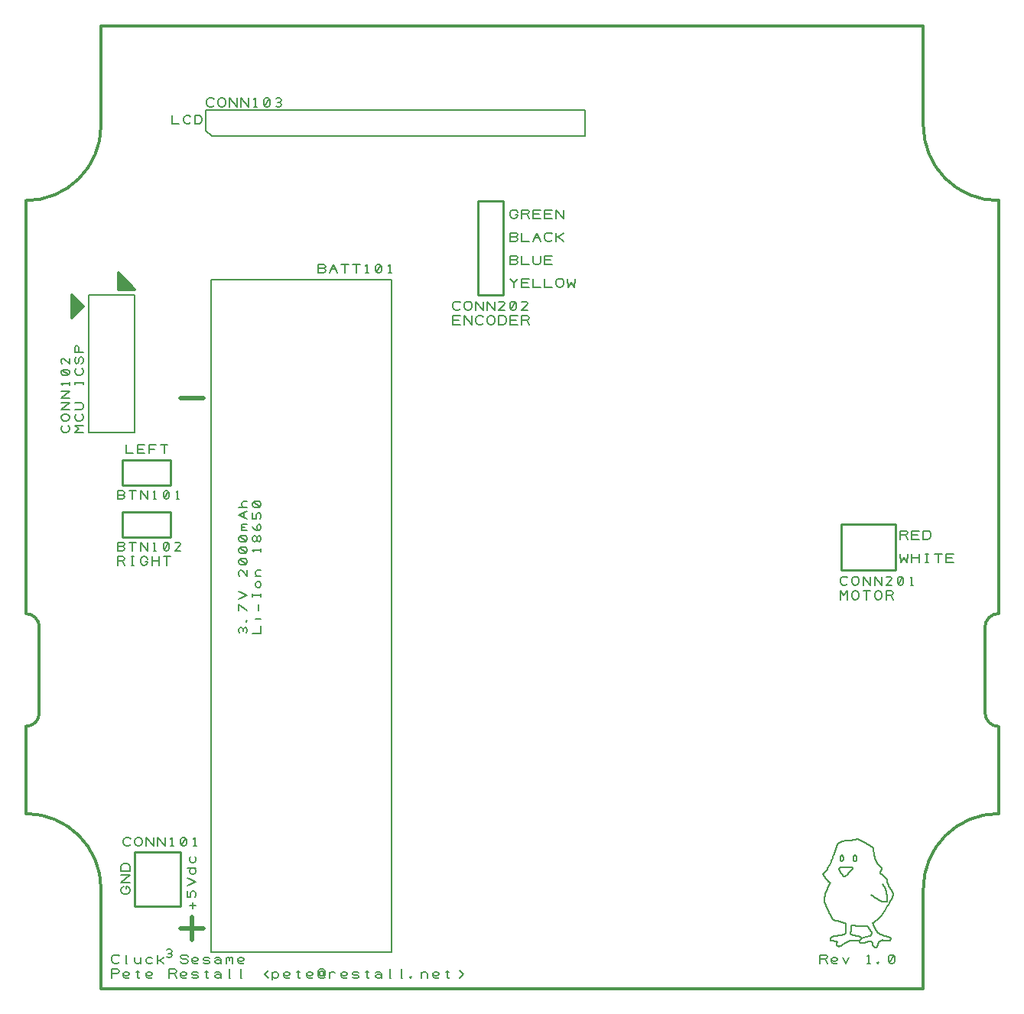
<source format=gbr>
G04 EasyPC Gerber Version 21.0.3 Build 4286 *
G04 #@! TF.Part,Single*
G04 #@! TF.FileFunction,Legend,Top *
G04 #@! TF.FilePolarity,Positive *
%FSLAX35Y35*%
%MOIN*%
%ADD13C,0.00500*%
%ADD11C,0.00600*%
%ADD14C,0.01000*%
%ADD10C,0.01200*%
%ADD12C,0.02000*%
X0Y0D02*
D02*
D10*
X20600Y305698D02*
X25600Y300698D01*
X20600Y295698*
Y305698*
G36*
X25600Y300698*
X20600Y295698*
Y305698*
G37*
X48100Y308198D02*
X41029D01*
Y315269*
X48100Y308198*
G36*
X41029*
Y315269*
X48100Y308198*
G37*
X418710Y123434D02*
Y160835D01*
G75*
G02X424616Y166741I5906*
G01*
Y346899*
G75*
G02X391820Y379694J32795*
G01*
Y423198*
X33395*
X33395Y379694*
G75*
G02X600Y346898I-32795*
G01*
Y166741*
G75*
G02X6506Y160836J-5906*
G01*
Y123434*
G75*
G02X600Y117529I-5906*
G01*
Y79497*
G75*
G02X33395Y46702J-32795*
G01*
Y3198*
X391820*
Y46702*
G75*
G02X424616Y79497I32795*
G01*
Y117529*
G75*
G02X418710Y123434J5905*
G01*
D02*
D11*
X38100Y7885D02*
Y11635D01*
X40287*
X40913Y11323*
X41225Y10698*
X40913Y10073*
X40287Y9761*
X38100*
X45600Y8198D02*
X45287Y7885D01*
X44663*
X44037*
X43413Y8198*
X43100Y8823*
Y9761*
X43413Y10073*
X44037Y10385*
X44663*
X45287Y10073*
X45600Y9761*
Y9448*
X45287Y9135*
X44663Y8823*
X44037*
X43413Y9135*
X43100Y9448*
X48725Y10385D02*
X49975D01*
X49350Y11011D02*
Y8198D01*
X49663Y7885*
X49975*
X50287Y8198*
X55600D02*
X55287Y7885D01*
X54663*
X54037*
X53413Y8198*
X53100Y8823*
Y9761*
X53413Y10073*
X54037Y10385*
X54663*
X55287Y10073*
X55600Y9761*
Y9448*
X55287Y9135*
X54663Y8823*
X54037*
X53413Y9135*
X53100Y9448*
X63100Y7885D02*
Y11635D01*
X65287*
X65913Y11323*
X66225Y10698*
X65913Y10073*
X65287Y9761*
X63100*
X65287D02*
X66225Y7885D01*
X70600Y8198D02*
X70287Y7885D01*
X69663*
X69037*
X68413Y8198*
X68100Y8823*
Y9761*
X68413Y10073*
X69037Y10385*
X69663*
X70287Y10073*
X70600Y9761*
Y9448*
X70287Y9135*
X69663Y8823*
X69037*
X68413Y9135*
X68100Y9448*
X73100Y8198D02*
X73725Y7885D01*
X74975*
X75600Y8198*
Y8823*
X74975Y9135*
X73725*
X73100Y9448*
Y10073*
X73725Y10385*
X74975*
X75600Y10073*
X78725Y10385D02*
X79975D01*
X79350Y11011D02*
Y8198D01*
X79663Y7885*
X79975*
X80287Y8198*
X83100Y10073D02*
X83725Y10385D01*
X84663*
X85287Y10073*
X85600Y9448*
Y8511*
X85287Y8198*
X84663Y7885*
X84037*
X83413Y8198*
X83100Y8511*
Y8823*
X83413Y9135*
X84037Y9448*
X84663*
X85287Y9135*
X85600Y8823*
Y8511D02*
Y7885D01*
X89663D02*
X89350D01*
Y11635*
X94663Y7885D02*
X94350D01*
Y11635*
X106225Y7885D02*
X104663Y9448D01*
X106225Y11011*
X108100Y10385D02*
Y6948D01*
Y8823D02*
X108413Y8198D01*
X109037Y7885*
X109663*
X110287Y8198*
X110600Y8823*
Y9448*
X110287Y10073*
X109663Y10385*
X109037*
X108413Y10073*
X108100Y9448*
Y8823*
X115600Y8198D02*
X115287Y7885D01*
X114663*
X114037*
X113413Y8198*
X113100Y8823*
Y9761*
X113413Y10073*
X114037Y10385*
X114663*
X115287Y10073*
X115600Y9761*
Y9448*
X115287Y9135*
X114663Y8823*
X114037*
X113413Y9135*
X113100Y9448*
X118725Y10385D02*
X119975D01*
X119350Y11011D02*
Y8198D01*
X119663Y7885*
X119975*
X120287Y8198*
X125600D02*
X125287Y7885D01*
X124663*
X124037*
X123413Y8198*
X123100Y8823*
Y9761*
X123413Y10073*
X124037Y10385*
X124663*
X125287Y10073*
X125600Y9761*
Y9448*
X125287Y9135*
X124663Y8823*
X124037*
X123413Y9135*
X123100Y9448*
X130913Y8198D02*
X130287Y7885D01*
X129037*
X128413Y8198*
X128100Y8823*
Y10698*
X128413Y11323*
X129037Y11635*
X129975*
X130600Y11323*
X130913Y10698*
Y9135*
X130600Y8823*
X130287Y9135*
Y10385*
X129975Y10698*
X129037*
X128725Y10385*
Y9135*
X129037Y8823*
X129975*
X130287Y9135*
X133100Y7885D02*
Y10385D01*
Y9448D02*
X133413Y10073D01*
X134037Y10385*
X134663*
X135287Y10073*
X140600Y8198D02*
X140287Y7885D01*
X139663*
X139037*
X138413Y8198*
X138100Y8823*
Y9761*
X138413Y10073*
X139037Y10385*
X139663*
X140287Y10073*
X140600Y9761*
Y9448*
X140287Y9135*
X139663Y8823*
X139037*
X138413Y9135*
X138100Y9448*
X143100Y8198D02*
X143725Y7885D01*
X144975*
X145600Y8198*
Y8823*
X144975Y9135*
X143725*
X143100Y9448*
Y10073*
X143725Y10385*
X144975*
X145600Y10073*
X148725Y10385D02*
X149975D01*
X149350Y11011D02*
Y8198D01*
X149663Y7885*
X149975*
X150287Y8198*
X153100Y10073D02*
X153725Y10385D01*
X154663*
X155287Y10073*
X155600Y9448*
Y8511*
X155287Y8198*
X154663Y7885*
X154037*
X153413Y8198*
X153100Y8511*
Y8823*
X153413Y9135*
X154037Y9448*
X154663*
X155287Y9135*
X155600Y8823*
Y8511D02*
Y7885D01*
X159663D02*
X159350D01*
Y11635*
X164663Y7885D02*
X164350D01*
Y11635*
X168413Y7885D02*
X168725Y8198D01*
X168413Y8511*
X168100Y8198*
X168413Y7885*
X173100D02*
Y10385D01*
Y9448D02*
X173413Y10073D01*
X174037Y10385*
X174663*
X175287Y10073*
X175600Y9448*
Y7885*
X180600Y8198D02*
X180287Y7885D01*
X179663*
X179037*
X178413Y8198*
X178100Y8823*
Y9761*
X178413Y10073*
X179037Y10385*
X179663*
X180287Y10073*
X180600Y9761*
Y9448*
X180287Y9135*
X179663Y8823*
X179037*
X178413Y9135*
X178100Y9448*
X183725Y10385D02*
X184975D01*
X184350Y11011D02*
Y8198D01*
X184663Y7885*
X184975*
X185287Y8198*
X189663Y7885D02*
X191225Y9448D01*
X189663Y11011*
X41225Y14761D02*
X40913Y14448D01*
X40287Y14135*
X39350*
X38725Y14448*
X38413Y14761*
X38100Y15385*
Y16635*
X38413Y17261*
X38725Y17573*
X39350Y17885*
X40287*
X40913Y17573*
X41225Y17261*
X44663Y14135D02*
X44350D01*
Y17885*
X48100Y16635D02*
Y15073D01*
X48413Y14448*
X49037Y14135*
X49663*
X50287Y14448*
X50600Y15073*
Y16635D02*
Y14135D01*
X55600Y16323D02*
X54975Y16635D01*
X54037*
X53413Y16323*
X53100Y15698*
Y15073*
X53413Y14448*
X54037Y14135*
X54975*
X55600Y14448*
X58100Y14135D02*
Y17885D01*
Y15385D02*
X59037D01*
X60600Y16635*
X59037Y15385D02*
X60600Y14135D01*
X68100Y15073D02*
X68413Y14448D01*
X69037Y14135*
X70287*
X70913Y14448*
X71225Y15073*
X70913Y15698*
X70287Y16011*
X69037*
X68413Y16323*
X68100Y16948*
X68413Y17573*
X69037Y17885*
X70287*
X70913Y17573*
X71225Y16948*
X75600Y14448D02*
X75287Y14135D01*
X74663*
X74037*
X73413Y14448*
X73100Y15073*
Y16011*
X73413Y16323*
X74037Y16635*
X74663*
X75287Y16323*
X75600Y16011*
Y15698*
X75287Y15385*
X74663Y15073*
X74037*
X73413Y15385*
X73100Y15698*
X78100Y14448D02*
X78725Y14135D01*
X79975*
X80600Y14448*
Y15073*
X79975Y15385*
X78725*
X78100Y15698*
Y16323*
X78725Y16635*
X79975*
X80600Y16323*
X83100D02*
X83725Y16635D01*
X84663*
X85287Y16323*
X85600Y15698*
Y14761*
X85287Y14448*
X84663Y14135*
X84037*
X83413Y14448*
X83100Y14761*
Y15073*
X83413Y15385*
X84037Y15698*
X84663*
X85287Y15385*
X85600Y15073*
Y14761D02*
Y14135D01*
X88100D02*
Y16635D01*
Y16323D02*
X88413Y16635D01*
X89037*
X89350Y16323*
Y15385*
Y16323D02*
X89663Y16635D01*
X90287*
X90600Y16323*
Y14135*
X95600Y14448D02*
X95287Y14135D01*
X94663*
X94037*
X93413Y14448*
X93100Y15073*
Y16011*
X93413Y16323*
X94037Y16635*
X94663*
X95287Y16323*
X95600Y16011*
Y15698*
X95287Y15385*
X94663Y15073*
X94037*
X93413Y15385*
X93100Y15698*
X40600Y187885D02*
Y191635D01*
X42787*
X43413Y191323*
X43725Y190698*
X43413Y190073*
X42787Y189761*
X40600*
X42787D02*
X43725Y187885D01*
X46537D02*
X47787D01*
X47163D02*
Y191635D01*
X46537D02*
X47787D01*
X52787Y189448D02*
X53725D01*
Y189135*
X53413Y188511*
X53100Y188198*
X52475Y187885*
X51850*
X51225Y188198*
X50913Y188511*
X50600Y189135*
Y190385*
X50913Y191011*
X51225Y191323*
X51850Y191635*
X52475*
X53100Y191323*
X53413Y191011*
X53725Y190385*
X55600Y187885D02*
Y191635D01*
Y189761D02*
X58725D01*
Y187885D02*
Y191635D01*
X62163Y187885D02*
Y191635D01*
X60600D02*
X63725D01*
X44350Y240385D02*
Y236635D01*
X47475*
X49350D02*
Y240385D01*
X52475*
X51850Y238511D02*
X49350D01*
Y236635D02*
X52475D01*
X54350D02*
Y240385D01*
X57475*
X56850Y238511D02*
X54350D01*
X60913Y236635D02*
Y240385D01*
X59350D02*
X62475D01*
X44350Y46635D02*
Y47573D01*
X44663*
X45287Y47261*
X45600Y46948*
X45913Y46323*
Y45698*
X45600Y45073*
X45287Y44761*
X44663Y44448*
X43413*
X42787Y44761*
X42475Y45073*
X42163Y45698*
Y46323*
X42475Y46948*
X42787Y47261*
X43413Y47573*
X45913Y49448D02*
X42163D01*
X45913Y52573*
X42163*
X45913Y54448D02*
X42163D01*
Y56323*
X42475Y56948*
X42787Y57261*
X43413Y57573*
X44663*
X45287Y57261*
X45600Y56948*
X45913Y56323*
Y54448*
X62163Y16948D02*
X62787Y16635D01*
X63413*
X64037Y16948*
X64350Y17573*
X64037Y18198*
X63413Y18511*
X62787*
X63413D02*
X64037Y18823D01*
X64350Y19448*
X64037Y20073*
X63413Y20385*
X62787*
X62163Y20073*
X64350Y384135D02*
Y380385D01*
X67475*
X72475Y381011D02*
X72163Y380698D01*
X71537Y380385*
X70600*
X69975Y380698*
X69663Y381011*
X69350Y381635*
Y382885*
X69663Y383511*
X69975Y383823*
X70600Y384135*
X71537*
X72163Y383823*
X72475Y383511*
X74350Y380385D02*
Y384135D01*
X76225*
X76850Y383823*
X77163Y383511*
X77475Y382885*
Y381635*
X77163Y381011*
X76850Y380698*
X76225Y380385*
X74350*
X73413Y38198D02*
Y40698D01*
X74663Y39448D02*
X72163D01*
X74350Y43198D02*
X74663Y43823D01*
Y44761*
X74350Y45385*
X73725Y45698*
X73413*
X72787Y45385*
X72475Y44761*
Y43198*
X70913*
Y45698*
Y48198D02*
X74663Y49761D01*
X70913Y51323*
X73100Y55698D02*
X72475Y55385D01*
X72163Y54761*
Y54135*
X72475Y53511*
X73100Y53198*
X73725*
X74350Y53511*
X74663Y54135*
Y54761*
X74350Y55385*
X73725Y55698*
X74663D02*
X70913D01*
X72475Y60698D02*
X72163Y60073D01*
Y59135*
X72475Y58511*
X73100Y58198*
X73725*
X74350Y58511*
X74663Y59135*
Y60073*
X74350Y60698*
X96850Y158511D02*
X97163Y159135D01*
Y159761*
X96850Y160385*
X96225Y160698*
X95600Y160385*
X95287Y159761*
Y159135*
Y159761D02*
X94975Y160385D01*
X94350Y160698*
X93725Y160385*
X93413Y159761*
Y159135*
X93725Y158511*
X97163Y163511D02*
X96850Y163823D01*
X96537Y163511*
X96850Y163198*
X97163Y163511*
Y168198D02*
X93413Y170698D01*
Y168198*
Y173198D02*
X97163Y174761D01*
X93413Y176323*
X97163Y185698D02*
Y183198D01*
X94975Y185385*
X94350Y185698*
X93725Y185385*
X93413Y184761*
Y183823*
X93725Y183198*
X96850Y188511D02*
X97163Y189135D01*
Y189761*
X96850Y190385*
X96225Y190698*
X94350*
X93725Y190385*
X93413Y189761*
Y189135*
X93725Y188511*
X94350Y188198*
X96225*
X96850Y188511*
X93725Y190385*
X96850Y193511D02*
X97163Y194135D01*
Y194761*
X96850Y195385*
X96225Y195698*
X94350*
X93725Y195385*
X93413Y194761*
Y194135*
X93725Y193511*
X94350Y193198*
X96225*
X96850Y193511*
X93725Y195385*
X96850Y198511D02*
X97163Y199135D01*
Y199761*
X96850Y200385*
X96225Y200698*
X94350*
X93725Y200385*
X93413Y199761*
Y199135*
X93725Y198511*
X94350Y198198*
X96225*
X96850Y198511*
X93725Y200385*
X97163Y203198D02*
X94663D01*
X94975D02*
X94663Y203511D01*
Y204135*
X94975Y204448*
X95913*
X94975D02*
X94663Y204761D01*
Y205385*
X94975Y205698*
X97163*
Y208198D02*
X93413Y209761D01*
X97163Y211323*
X95600Y208823D02*
Y210698D01*
X97163Y213198D02*
X93413D01*
X95600D02*
X94975Y213511D01*
X94663Y214135*
Y214761*
X94975Y215385*
X95600Y215698*
X97163*
X99413Y158198D02*
X103163D01*
Y161323*
Y164448D02*
X100663D01*
X99725D02*
X101913Y168198*
Y170698D01*
X103163Y174135D02*
Y175385D01*
Y174761D02*
X99413D01*
Y174135D02*
Y175385D01*
X102225Y178198D02*
X102850Y178511D01*
X103163Y179135*
Y179761*
X102850Y180385*
X102225Y180698*
X101600*
X100975Y180385*
X100663Y179761*
Y179135*
X100975Y178511*
X101600Y178198*
X102225*
X103163Y183198D02*
X100663D01*
X101600D02*
X100975Y183511D01*
X100663Y184135*
Y184761*
X100975Y185385*
X101600Y185698*
X103163*
Y193823D02*
Y195073D01*
Y194448D02*
X99413D01*
X100037Y193823*
X101287Y199135D02*
Y199761D01*
X100975Y200385*
X100350Y200698*
X99725Y200385*
X99413Y199761*
Y199135*
X99725Y198511*
X100350Y198198*
X100975Y198511*
X101287Y199135*
X101600Y198511*
X102225Y198198*
X102850Y198511*
X103163Y199135*
Y199761*
X102850Y200385*
X102225Y200698*
X101600Y200385*
X101287Y199761*
X102225Y203198D02*
X101600Y203511D01*
X101287Y204135*
Y204761*
X101600Y205385*
X102225Y205698*
X102850Y205385*
X103163Y204761*
Y204135*
X102850Y203511*
X102225Y203198*
X101287*
X100350Y203511*
X99725Y204135*
X99413Y204761*
X102850Y208198D02*
X103163Y208823D01*
Y209761*
X102850Y210385*
X102225Y210698*
X101913*
X101287Y210385*
X100975Y209761*
Y208198*
X99413*
Y210698*
X102850Y213511D02*
X103163Y214135D01*
Y214761*
X102850Y215385*
X102225Y215698*
X100350*
X99725Y215385*
X99413Y214761*
Y214135*
X99725Y213511*
X100350Y213198*
X102225*
X102850Y213511*
X99725Y215385*
X186850Y292885D02*
Y296635D01*
X189975*
X189350Y294761D02*
X186850D01*
Y292885D02*
X189975D01*
X191850D02*
Y296635D01*
X194975Y292885*
Y296635*
X199975Y293511D02*
X199663Y293198D01*
X199037Y292885*
X198100*
X197475Y293198*
X197163Y293511*
X196850Y294135*
Y295385*
X197163Y296011*
X197475Y296323*
X198100Y296635*
X199037*
X199663Y296323*
X199975Y296011*
X201850Y294135D02*
Y295385D01*
X202163Y296011*
X202475Y296323*
X203100Y296635*
X203725*
X204350Y296323*
X204663Y296011*
X204975Y295385*
Y294135*
X204663Y293511*
X204350Y293198*
X203725Y292885*
X203100*
X202475Y293198*
X202163Y293511*
X201850Y294135*
X206850Y292885D02*
Y296635D01*
X208725*
X209350Y296323*
X209663Y296011*
X209975Y295385*
Y294135*
X209663Y293511*
X209350Y293198*
X208725Y292885*
X206850*
X211850D02*
Y296635D01*
X214975*
X214350Y294761D02*
X211850D01*
Y292885D02*
X214975D01*
X216850D02*
Y296635D01*
X219037*
X219663Y296323*
X219975Y295698*
X219663Y295073*
X219037Y294761*
X216850*
X219037D02*
X219975Y292885D01*
X213413Y309135D02*
Y311011D01*
X211850Y312885*
X213413Y311011D02*
X214975Y312885D01*
X216850Y309135D02*
Y312885D01*
X219975*
X219350Y311011D02*
X216850D01*
Y309135D02*
X219975D01*
X221850Y312885D02*
Y309135D01*
X224975*
X226850Y312885D02*
Y309135D01*
X229975*
X231850Y310385D02*
Y311635D01*
X232163Y312261*
X232475Y312573*
X233100Y312885*
X233725*
X234350Y312573*
X234663Y312261*
X234975Y311635*
Y310385*
X234663Y309761*
X234350Y309448*
X233725Y309135*
X233100*
X232475Y309448*
X232163Y309761*
X231850Y310385*
X236850Y312885D02*
X237163Y309135D01*
X238413Y311011*
X239663Y309135*
X239975Y312885*
X214037Y321011D02*
X214663Y320698D01*
X214975Y320073*
X214663Y319448*
X214037Y319135*
X211850*
Y322885*
X214037*
X214663Y322573*
X214975Y321948*
X214663Y321323*
X214037Y321011*
X211850*
X216850Y322885D02*
Y319135D01*
X219975*
X221850Y322885D02*
Y320073D01*
X222163Y319448*
X222787Y319135*
X224037*
X224663Y319448*
X224975Y320073*
Y322885*
X226850Y319135D02*
Y322885D01*
X229975*
X229350Y321011D02*
X226850D01*
Y319135D02*
X229975D01*
X214037Y331011D02*
X214663Y330698D01*
X214975Y330073*
X214663Y329448*
X214037Y329135*
X211850*
Y332885*
X214037*
X214663Y332573*
X214975Y331948*
X214663Y331323*
X214037Y331011*
X211850*
X216850Y332885D02*
Y329135D01*
X219975*
X221850D02*
X223413Y332885D01*
X224975Y329135*
X222475Y330698D02*
X224350D01*
X229975Y329761D02*
X229663Y329448D01*
X229037Y329135*
X228100*
X227475Y329448*
X227163Y329761*
X226850Y330385*
Y331635*
X227163Y332261*
X227475Y332573*
X228100Y332885*
X229037*
X229663Y332573*
X229975Y332261*
X231850Y329135D02*
Y332885D01*
Y331011D02*
X232787D01*
X234975Y332885*
X232787Y331011D02*
X234975Y329135D01*
X214037Y340698D02*
X214975D01*
Y340385*
X214663Y339761*
X214350Y339448*
X213725Y339135*
X213100*
X212475Y339448*
X212163Y339761*
X211850Y340385*
Y341635*
X212163Y342261*
X212475Y342573*
X213100Y342885*
X213725*
X214350Y342573*
X214663Y342261*
X214975Y341635*
X216850Y339135D02*
Y342885D01*
X219037*
X219663Y342573*
X219975Y341948*
X219663Y341323*
X219037Y341011*
X216850*
X219037D02*
X219975Y339135D01*
X221850D02*
Y342885D01*
X224975*
X224350Y341011D02*
X221850D01*
Y339135D02*
X224975D01*
X226850D02*
Y342885D01*
X229975*
X229350Y341011D02*
X226850D01*
Y339135D02*
X229975D01*
X231850D02*
Y342885D01*
X234975Y339135*
Y342885*
X346850Y14135D02*
Y17885D01*
X349037*
X349663Y17573*
X349975Y16948*
X349663Y16323*
X349037Y16011*
X346850*
X349037D02*
X349975Y14135D01*
X354350Y14448D02*
X354037Y14135D01*
X353413*
X352787*
X352163Y14448*
X351850Y15073*
Y16011*
X352163Y16323*
X352787Y16635*
X353413*
X354037Y16323*
X354350Y16011*
Y15698*
X354037Y15385*
X353413Y15073*
X352787*
X352163Y15385*
X351850Y15698*
X356850Y16635D02*
X358100Y14135D01*
X359350Y16635*
X367475Y14135D02*
X368725D01*
X368100D02*
Y17885D01*
X367475Y17261*
X372163Y14135D02*
X372475Y14448D01*
X372163Y14761*
X371850Y14448*
X372163Y14135*
X377163Y14448D02*
X377787Y14135D01*
X378413*
X379037Y14448*
X379350Y15073*
Y16948*
X379037Y17573*
X378413Y17885*
X377787*
X377163Y17573*
X376850Y16948*
Y15073*
X377163Y14448*
X379037Y17573*
X348100Y53198D02*
X348106Y53188D01*
X348124Y53158*
X348153Y53110*
X348193Y53044*
X348243Y52963*
X348302Y52867*
X348371Y52758*
X348448Y52636*
X348533Y52503*
X348625Y52360*
X348724Y52209*
X348829Y52050*
X348940Y51885*
X349056Y51715*
X349176Y51541*
X349300Y51364*
X349428Y51186*
X349558Y51008*
X349691Y50831*
X349825Y50657*
X349960Y50486*
X350096Y50319*
X350232Y50159*
X350368Y50006*
X350502Y49861*
X350635Y49725*
X350765Y49600*
X350893Y49488*
X351017Y49389*
X351137Y49304*
X351253Y49234*
X351147Y49070*
X351039Y48893*
X350928Y48702*
X350816Y48499*
X350703Y48285*
X350588Y48062*
X350474Y47829*
X350359Y47587*
X350244Y47338*
X350130Y47082*
X350017Y46821*
X349905Y46555*
X349795Y46284*
X349687Y46011*
X349581Y45736*
X349479Y45459*
X349380Y45182*
X349285Y44905*
X349193Y44630*
X349106Y44357*
X349024Y44087*
X348947Y43821*
X348876Y43560*
X348810Y43305*
X348751Y43057*
X348698Y42816*
X348653Y42584*
X348615Y42361*
X348585Y42148*
X348563Y41947*
X348550Y41757*
X348583Y41598*
X348630Y41415*
X348689Y41212*
X348759Y40989*
X348841Y40749*
X348932Y40493*
X349033Y40222*
X349143Y39939*
X349260Y39645*
X349385Y39342*
X349516Y39031*
X349652Y38713*
X349793Y38392*
X349938Y38068*
X350086Y37743*
X350236Y37418*
X350388Y37095*
X350541Y36777*
X350693Y36464*
X350845Y36158*
X350996Y35861*
X351144Y35574*
X351289Y35300*
X351430Y35039*
X351567Y34794*
X351698Y34567*
X351822Y34357*
X351940Y34168*
X352050Y34001*
X352152Y33858*
X352244Y33740*
X352331Y33639*
X352417Y33545*
X352502Y33458*
X352587Y33378*
X352671Y33304*
X352754Y33236*
X352835Y33174*
X352915Y33117*
X352994Y33066*
X353072Y33020*
X353148Y32980*
X353223Y32943*
X353296Y32912*
X353368Y32884*
X353437Y32861*
X353505Y32841*
X353570Y32825*
X353634Y32812*
X353695Y32803*
X353754Y32796*
X353811Y32791*
X353865Y32789*
X353916Y32790*
X353965Y32792*
X354011Y32796*
X354054Y32801*
X354095Y32807*
X354132Y32814*
X354167Y32822*
X354198Y32831*
X354226Y32839*
X354302Y32803*
X354392Y32764*
X354493Y32723*
X354606Y32680*
X354728Y32635*
X354859Y32589*
X354998Y32541*
X355144Y32492*
X355295Y32443*
X355451Y32393*
X355610Y32342*
X355772Y32292*
X355935Y32241*
X356099Y32192*
X356261Y32143*
X356423Y32095*
X356581Y32048*
X356736Y32003*
X356886Y31960*
X357030Y31918*
X357166Y31879*
X357295Y31843*
X357415Y31809*
X357524Y31778*
X357623Y31750*
X357709Y31726*
X357782Y31706*
X357840Y31690*
X357883Y31678*
X357910Y31671*
X357919Y31669*
X357921Y31657*
X357927Y31626*
X357937Y31575*
X357950Y31506*
X357965Y31419*
X357983Y31316*
X358002Y31198*
X358023Y31067*
X358044Y30923*
X358065Y30768*
X358087Y30603*
X358107Y30429*
X358126Y30247*
X358144Y30058*
X358160Y29864*
X358173Y29666*
X358183Y29465*
X358189Y29261*
X358192Y29057*
X358190Y28854*
X358183Y28652*
X358171Y28453*
X358152Y28258*
X358128Y28068*
X358096Y27885*
X358058Y27709*
X358011Y27542*
X357957Y27385*
X357894Y27238*
X357821Y27104*
X357739Y26984*
X357626Y26924*
X357498Y26867*
X357356Y26813*
X357202Y26761*
X357035Y26711*
X356857Y26664*
X356669Y26619*
X356473Y26575*
X356269Y26533*
X356059Y26493*
X355843Y26455*
X355622Y26418*
X355399Y26382*
X355174Y26347*
X354947Y26314*
X354720Y26281*
X354495Y26249*
X354272Y26218*
X354052Y26187*
X353836Y26157*
X353626Y26127*
X353422Y26096*
X353226Y26067*
X353039Y26037*
X352861Y26006*
X352695Y25976*
X352540Y25945*
X352399Y25913*
X352271Y25881*
X352159Y25847*
X352064Y25813*
X351979Y25777*
X351899Y25738*
X351824Y25696*
X351755Y25653*
X351689Y25607*
X351629Y25559*
X351573Y25510*
X351522Y25459*
X351475Y25407*
X351433Y25354*
X351395Y25300*
X351361Y25244*
X351331Y25189*
X351306Y25132*
X351285Y25076*
X351267Y25019*
X351254Y24962*
X351244Y24906*
X351238Y24850*
X351236Y24795*
X351237Y24741*
X351242Y24687*
X351250Y24635*
X351262Y24584*
X351277Y24535*
X351295Y24487*
X351317Y24442*
X351341Y24398*
X351369Y24357*
X351400Y24318*
X351433Y24281*
X351475Y24247*
X351531Y24214*
X351599Y24182*
X351679Y24151*
X351769Y24121*
X351869Y24093*
X351977Y24065*
X352093Y24039*
X352216Y24013*
X352344Y23989*
X352476Y23966*
X352612Y23944*
X352750Y23923*
X352890Y23904*
X353030Y23885*
X353169Y23868*
X353307Y23851*
X353442Y23836*
X353574Y23822*
X353700Y23809*
X353822Y23797*
X353936Y23787*
X354043Y23777*
X354141Y23769*
X354229Y23761*
X354306Y23755*
X354372Y23750*
X354424Y23746*
X354463Y23743*
X354488Y23742*
X354496Y23741*
X354494Y23739*
X354487Y23731*
X354477Y23719*
X354463Y23703*
X354447Y23682*
X354427Y23658*
X354406Y23630*
X354381Y23598*
X354356Y23563*
X354328Y23524*
X354300Y23483*
X354271Y23439*
X354242Y23393*
X354213Y23344*
X354183Y23294*
X354155Y23242*
X354128Y23188*
X354102Y23133*
X354078Y23076*
X354056Y23019*
X354036Y22961*
X354019Y22902*
X354005Y22844*
X353994Y22785*
X353987Y22726*
X353985Y22668*
X353987Y22610*
X353993Y22553*
X354005Y22498*
X354022Y22443*
X354045Y22390*
X354072Y22338*
X354099Y22287*
X354126Y22238*
X354155Y22190*
X354183Y22143*
X354213Y22098*
X354243Y22054*
X354274Y22012*
X354306Y21971*
X354338Y21932*
X354371Y21894*
X354405Y21859*
X354440Y21825*
X354475Y21793*
X354511Y21763*
X354548Y21734*
X354586Y21708*
X354625Y21683*
X354665Y21661*
X354705Y21641*
X354747Y21624*
X354789Y21608*
X354833Y21595*
X354877Y21584*
X354922Y21576*
X354969Y21570*
X355016Y21566*
X355065Y21565*
X355114Y21567*
X355165Y21572*
X355217Y21579*
X355270Y21590*
X355328Y21606*
X355388Y21627*
X355451Y21652*
X355517Y21681*
X355586Y21714*
X355657Y21751*
X355731Y21791*
X355806Y21834*
X355884Y21880*
X355964Y21929*
X356045Y21980*
X356128Y22034*
X356213Y22089*
X356299Y22146*
X356386Y22206*
X356474Y22266*
X356564Y22327*
X356654Y22389*
X356744Y22451*
X356835Y22514*
X357018Y22640*
X357109Y22703*
X357201Y22765*
X357292Y22826*
X357383Y22886*
X357473Y22944*
X357563Y23002*
X357651Y23057*
X357739Y23111*
X357828Y23163*
X357922Y23217*
X358020Y23272*
X358121Y23326*
X358227Y23381*
X358336Y23437*
X358448Y23492*
X358563Y23546*
X358681Y23600*
X358802Y23654*
X358926Y23706*
X359052Y23756*
X359179Y23806*
X359309Y23854*
X359441Y23899*
X359573Y23943*
X359707Y23984*
X359843Y24022*
X359979Y24058*
X360116Y24091*
X360254Y24121*
X360391Y24147*
X360530Y24170*
X360667Y24188*
X360805Y24203*
X360942Y24213*
X361078Y24219*
X361213Y24219*
X361348Y24215*
X361481Y24206*
X361612Y24191*
X361744Y24175*
X361879Y24159*
X362015Y24145*
X362153Y24133*
X362292Y24122*
X362431Y24114*
X362570Y24108*
X362710Y24105*
X362848Y24104*
X362985Y24107*
X363120Y24112*
X363253Y24121*
X363384Y24133*
X363511Y24149*
X363635Y24169*
X363755Y24193*
X363870Y24221*
X363981Y24254*
X364086Y24291*
X364185Y24334*
X364278Y24381*
X364365Y24434*
X364444Y24493*
X364515Y24557*
X364579Y24627*
X364634Y24703*
X364680Y24785*
X364717Y24874*
X364743Y24970*
X364760Y25072*
X364765Y25182*
X364725Y25275*
X364674Y25362*
X364613Y25443*
X364542Y25519*
X364462Y25590*
X364374Y25656*
X364279Y25717*
X364176Y25773*
X364067Y25826*
X363951Y25874*
X363830Y25919*
X363704Y25961*
X363574Y25999*
X363440Y26035*
X363303Y26068*
X363164Y26098*
X363022Y26126*
X362880Y26153*
X362736Y26178*
X362592Y26202*
X362449Y26224*
X362306Y26246*
X362165Y26267*
X362026Y26287*
X361890Y26308*
X361757Y26328*
X361628Y26350*
X361504Y26372*
X361384Y26394*
X361270Y26418*
X361162Y26443*
X361102Y26470*
X361043Y26499*
X360987Y26529*
X360931Y26560*
X360878Y26592*
X360827Y26625*
X360777Y26659*
X360729Y26693*
X360683Y26727*
X360639Y26762*
X360597Y26797*
X360556Y26832*
X360518Y26866*
X360481Y26900*
X360446Y26934*
X360414Y26967*
X360383Y26998*
X360354Y27029*
X360328Y27058*
X360303Y27086*
X360281Y27113*
X360260Y27137*
X360241Y27160*
X360225Y27181*
X360211Y27199*
X360199Y27215*
X360189Y27229*
X360181Y27240*
X360176Y27248*
X360172Y27252*
X360171Y27254*
Y27263*
X360172Y27290*
X360174Y27333*
X360176Y27391*
X360178Y27463*
X360182Y27549*
X360186Y27646*
X360191Y27755*
X360196Y27874*
X360202Y28001*
X360209Y28135*
X360217Y28277*
X360225Y28424*
X360235Y28575*
X360244Y28730*
X360256Y28887*
X360267Y29045*
X360280Y29203*
X360293Y29360*
X360308Y29515*
X360323Y29667*
X360339Y29814*
X360357Y29956*
X360375Y30091*
X360394Y30219*
X360414Y30339*
X360435Y30448*
X360458Y30547*
X360481Y30634*
X360506Y30708*
X360531Y30767*
X360672Y30742*
X360833Y30716*
X361011Y30692*
X361206Y30668*
X361415Y30645*
X361638Y30623*
X361874Y30602*
X362120Y30582*
X362375Y30564*
X362637Y30546*
X362907Y30530*
X363181Y30515*
X363458Y30502*
X363738Y30489*
X364017Y30479*
X364296Y30470*
X364573Y30463*
X364846Y30458*
X365113Y30455*
X365373Y30454*
X365626Y30454*
X365869Y30457*
X366100Y30462*
X366319Y30469*
X366524Y30478*
X366713Y30490*
X366886Y30504*
X367040Y30521*
X367174Y30541*
X367287Y30562*
X367378Y30587*
X367466Y30488*
X367555Y30381*
X367645Y30270*
X367737Y30152*
X367829Y30030*
X367920Y29904*
X368013Y29775*
X368104Y29643*
X368195Y29509*
X368285Y29374*
X368374Y29239*
X368462Y29104*
X368547Y28969*
X368631Y28835*
X368712Y28704*
X368790Y28575*
X368866Y28450*
X368938Y28329*
X369007Y28213*
X369072Y28102*
X369132Y27997*
X369189Y27900*
X369241Y27809*
X369287Y27727*
X369328Y27653*
X369364Y27589*
X369394Y27535*
X369418Y27492*
X369435Y27460*
X369446Y27441*
X369450Y27434*
X369448Y27431*
X369444Y27420*
X369437Y27404*
X369428Y27380*
X369417Y27352*
X369403Y27319*
X369387Y27280*
X369369Y27237*
X369349Y27191*
X369327Y27141*
X369304Y27089*
X369278Y27033*
X369252Y26976*
X369224Y26917*
X369194Y26857*
X369164Y26796*
X369132Y26734*
X369100Y26673*
X369067Y26612*
X369032Y26553*
X368998Y26494*
X368962Y26438*
X368926Y26383*
X368891Y26332*
X368854Y26283*
X368818Y26239*
X368781Y26198*
X368745Y26161*
X368709Y26130*
X368674Y26104*
X368639Y26083*
X368558Y26072*
X368457Y26059*
X368336Y26041*
X368198Y26020*
X368044Y25994*
X367876Y25965*
X367696Y25932*
X367505Y25894*
X367305Y25852*
X367098Y25806*
X366885Y25755*
X366668Y25699*
X366449Y25638*
X366230Y25572*
X366011Y25501*
X365795Y25425*
X365584Y25343*
X365379Y25256*
X365182Y25163*
X364994Y25065*
X364818Y24960*
X364654Y24849*
X364506Y24732*
X364373Y24609*
X364259Y24480*
X364164Y24344*
X364091Y24201*
X364040Y24052*
X364015Y23895*
X364015Y23731*
X364044Y23561*
X364122Y23477*
X364199Y23400*
X364275Y23331*
X364350Y23268*
X364423Y23211*
X364496Y23160*
X364567Y23115*
X364638Y23076*
X364707Y23041*
X364776Y23012*
X364844Y22988*
X364910Y22968*
X364976Y22952*
X365041Y22941*
X365105Y22933*
X365168Y22928*
X365231Y22927*
X365292Y22929*
X365353Y22934*
X365413Y22941*
X365472Y22950*
X365531Y22961*
X365588Y22974*
X365645Y22989*
X365702Y23005*
X365757Y23021*
X365813Y23039*
X365867Y23057*
X365920Y23075*
X365974Y23093*
X366026Y23110*
X366083Y23129*
X366148Y23152*
X366221Y23176*
X366302Y23204*
X366389Y23233*
X366483Y23264*
X366583Y23296*
X366688Y23330*
X366798Y23364*
X366912Y23399*
X367030Y23434*
X367150Y23469*
X367274Y23502*
X367400Y23535*
X367528Y23568*
X367656Y23598*
X367785Y23627*
X367914Y23653*
X368043Y23677*
X368171Y23698*
X368297Y23717*
X368421Y23731*
X368543Y23742*
X368661Y23748*
X368776Y23750*
X368887Y23748*
X368993Y23740*
X369093Y23726*
X369189Y23707*
X369277Y23682*
X369359Y23651*
X369401Y23573*
X369440Y23496*
X369476Y23420*
X369509Y23346*
X369539Y23273*
X369567Y23201*
X369592Y23130*
X369616Y23061*
X369637Y22993*
X369657Y22925*
X369675Y22860*
X369692Y22795*
X369707Y22732*
X369722Y22671*
X369735Y22611*
X369749Y22552*
X369761Y22494*
X369774Y22438*
X369786Y22384*
X369798Y22331*
X369811Y22279*
X369824Y22229*
X369837Y22180*
X369852Y22133*
X369867Y22088*
X369883Y22044*
X369901Y22002*
X369921Y21961*
X369942Y21922*
X369965Y21885*
X369990Y21849*
X370017Y21814*
X370044Y21778*
X370074Y21743*
X370104Y21707*
X370135Y21671*
X370168Y21635*
X370202Y21600*
X370237Y21565*
X370273Y21530*
X370311Y21496*
X370350Y21464*
X370390Y21432*
X370431Y21402*
X370474Y21372*
X370519Y21344*
X370565Y21319*
X370612Y21294*
X370661Y21271*
X370711Y21251*
X370762Y21233*
X370815Y21217*
X370870Y21204*
X370926Y21193*
X370983Y21185*
X371043Y21180*
X371103Y21178*
X371166Y21179*
X371230Y21183*
X371295Y21191*
X371362Y21203*
X371431Y21219*
X371491Y21290*
X371547Y21363*
X371600Y21439*
X371650Y21517*
X371697Y21598*
X371742Y21679*
X371784Y21762*
X371824Y21846*
X371861Y21931*
X371897Y22017*
X371931Y22104*
X371962Y22190*
X371993Y22276*
X372021Y22363*
X372048Y22448*
X372075Y22533*
X372100Y22617*
X372124Y22700*
X372148Y22781*
X372170Y22861*
X372193Y22939*
X372215Y23015*
X372237Y23088*
X372258Y23159*
X372280Y23227*
X372302Y23291*
X372325Y23353*
X372348Y23411*
X372372Y23465*
X372396Y23515*
X372422Y23561*
X372499Y23612*
X372572Y23661*
X372643Y23707*
X372711Y23752*
X372776Y23795*
X372838Y23835*
X372898Y23874*
X372956Y23910*
X373011Y23945*
X373065Y23977*
X373117Y24008*
X373168Y24037*
X373217Y24064*
X373265Y24089*
X373311Y24113*
X373357Y24134*
X373402Y24154*
X373446Y24173*
X373491Y24190*
X373534Y24205*
X373578Y24219*
X373621Y24231*
X373665Y24242*
X373709Y24252*
X373754Y24260*
X373800Y24267*
X373846Y24272*
X373894Y24276*
X373942Y24279*
X373992Y24281*
X374044Y24281*
X374099Y24280*
X374159Y24275*
X374224Y24267*
X374294Y24257*
X374369Y24245*
X374448Y24230*
X374530Y24214*
X374616Y24196*
X374705Y24178*
X374796Y24158*
X374891Y24137*
X374987Y24117*
X375086Y24096*
X375186Y24075*
X375287Y24055*
X375390Y24035*
X375493Y24017*
X375596Y23999*
X375700Y23983*
X375804Y23969*
X375906Y23957*
X376008Y23948*
X376109Y23941*
X376208Y23936*
X376306Y23935*
X376401Y23938*
X376494Y23944*
X376585Y23954*
X376672Y23969*
X376756Y23987*
X376836Y24011*
X376914Y24039*
X376989Y24072*
X377063Y24109*
X377133Y24149*
X377201Y24193*
X377266Y24239*
X377326Y24289*
X377383Y24341*
X377437Y24396*
X377485Y24452*
X377529Y24511*
X377567Y24570*
X377601Y24631*
X377628Y24694*
X377650Y24756*
X377665Y24820*
X377674Y24883*
X377676Y24946*
X377670Y25009*
X377657Y25071*
X377636Y25132*
X377607Y25192*
X377569Y25251*
X377523Y25307*
X377467Y25362*
X377402Y25415*
X377328Y25465*
X377243Y25511*
X377148Y25555*
X377043Y25596*
X376926Y25633*
X376802Y25667*
X376671Y25702*
X376536Y25736*
X376396Y25770*
X376252Y25806*
X376103Y25841*
X375950Y25878*
X375793Y25917*
X375633Y25957*
X375470Y25998*
X375304Y26043*
X375135Y26089*
X374964Y26138*
X374791Y26190*
X374616Y26245*
X374439Y26304*
X374262Y26367*
X374083Y26433*
X373904Y26505*
X373723Y26580*
X373543Y26661*
X373363Y26746*
X373183Y26838*
X373004Y26935*
X372826Y27037*
X372649Y27146*
X372474Y27262*
X372300Y27384*
X372128Y27513*
X371959Y27650*
X371792Y27794*
X371706Y27956*
X371624Y28107*
X371544Y28252*
X371468Y28388*
X371394Y28518*
X371323Y28642*
X371254Y28760*
X371187Y28874*
X371122Y28984*
X371058Y29091*
X370996Y29195*
X370936Y29298*
X370877Y29399*
X370819Y29500*
X370761Y29602*
X370705Y29704*
X370649Y29808*
X370593Y29915*
X370537Y30025*
X370481Y30139*
X370425Y30257*
X370369Y30380*
X370311Y30510*
X370253Y30646*
X370194Y30790*
X370134Y30942*
X370073Y31103*
X370010Y31273*
X369945Y31454*
X369878Y31645*
X369810Y31848*
X369912Y31927*
X370028Y32009*
X370156Y32095*
X370296Y32187*
X370450Y32288*
X370617Y32398*
X370796Y32521*
X370988Y32658*
X371192Y32811*
X371409Y32981*
X371639Y33172*
X371881Y33384*
X372136Y33620*
X372404Y33881*
X372683Y34170*
X372975Y34489*
X373280Y34838*
X373596Y35221*
X373925Y35639*
X374267Y36094*
X374620Y36588*
X374985Y37123*
X375363Y37701*
X375753Y38324*
X376155Y38994*
X376569Y39712*
X376995Y40480*
X377433Y41302*
X377883Y42177*
X378344Y43109*
X378818Y44099*
X378776Y44211*
X378735Y44318*
X378697Y44422*
X378661Y44521*
X378627Y44617*
X378595Y44709*
X378565Y44797*
X378537Y44881*
X378510Y44962*
X378485Y45039*
X378463Y45112*
X378441Y45181*
X378422Y45246*
X378403Y45308*
X378387Y45367*
X378371Y45421*
X378357Y45472*
X378345Y45519*
X378333Y45563*
X378324Y45603*
X378315Y45639*
X378307Y45672*
X378300Y45701*
X378294Y45727*
X378289Y45750*
X378286Y45768*
X378283Y45783*
X378280Y45796*
X378279Y45804*
X378278Y45809*
X378278Y45811*
X378272Y45815*
X378255Y45828*
X378227Y45850*
X378190Y45881*
X378143Y45922*
X378089Y45972*
X378026Y46033*
X377955Y46104*
X377878Y46185*
X377796Y46278*
X377708Y46381*
X377615Y46496*
X377519Y46623*
X377419Y46762*
X377316Y46913*
X377211Y47076*
X377106Y47253*
X376999Y47442*
X376892Y47645*
X376786Y47861*
X376681Y48091*
X376578Y48335*
X376478Y48594*
X376381Y48868*
X376287Y49156*
X376199Y49459*
X376115Y49779*
X376037Y50114*
X375966Y50465*
X375902Y50832*
X375845Y51216*
X375739Y51313*
X375629Y51411*
X375516Y51510*
X375400Y51609*
X375283Y51710*
X375164Y51810*
X375044Y51911*
X374923Y52011*
X374802Y52110*
X374681Y52208*
X374561Y52304*
X374443Y52399*
X374325Y52492*
X374211Y52583*
X374098Y52670*
X373990Y52756*
X373884Y52837*
X373783Y52915*
X373686Y52990*
X373594Y53060*
X373508Y53126*
X373428Y53187*
X373354Y53242*
X373287Y53293*
X373228Y53337*
X373176Y53376*
X373133Y53408*
X373099Y53434*
X373073Y53452*
X373058Y53464*
X373053Y53468*
X373053Y53472*
X373054Y53482*
X373056Y53500*
X373058Y53524*
X373062Y53554*
X373067Y53590*
X373073Y53631*
X373080Y53679*
X373089Y53731*
X373099Y53788*
X373111Y53850*
X373124Y53916*
X373140Y53986*
X373157Y54060*
X373177Y54137*
X373199Y54218*
X373223Y54302*
X373250Y54388*
X373279Y54476*
X373310Y54567*
X373345Y54660*
X373382Y54754*
X373422Y54850*
X373465Y54947*
X373512Y55044*
X373562Y55142*
X373615Y55240*
X373671Y55339*
X373732Y55436*
X373796Y55533*
X373863Y55630*
X373762Y55736*
X373650Y55847*
X373530Y55963*
X373400Y56084*
X373263Y56213*
X373119Y56348*
X372970Y56493*
X372815Y56646*
X372657Y56809*
X372496Y56984*
X372333Y57170*
X372169Y57369*
X372005Y57581*
X371842Y57807*
X371680Y58048*
X371521Y58306*
X371365Y58579*
X371215Y58871*
X371069Y59181*
X370930Y59510*
X370798Y59859*
X370674Y60229*
X370559Y60621*
X370454Y61035*
X370361Y61473*
X370279Y61935*
X370209Y62422*
X370154Y62935*
X370114Y63475*
X370089Y64043*
X370080Y64638*
X369909Y64746*
X369728Y64858*
X369538Y64975*
X369339Y65097*
X369132Y65222*
X368917Y65352*
X368696Y65483*
X368469Y65618*
X368236Y65755*
X367998Y65893*
X367756Y66033*
X367511Y66173*
X367263Y66314*
X367013Y66455*
X366761Y66595*
X366508Y66735*
X366255Y66873*
X366002Y67009*
X365751Y67143*
X365501Y67275*
X365254Y67403*
X365009Y67528*
X364769Y67649*
X364532Y67765*
X364300Y67877*
X364075Y67983*
X363856Y68084*
X363643Y68179*
X363438Y68267*
X363241Y68348*
X363054Y68422*
X362947Y68395*
X362835Y68366*
X362720Y68336*
X362600Y68305*
X362476Y68273*
X362347Y68240*
X362214Y68207*
X362077Y68172*
X361937Y68138*
X361791Y68103*
X361643Y68068*
X361490Y68033*
X361333Y67999*
X361173Y67965*
X361009Y67931*
X360841Y67899*
X360670Y67867*
X360494Y67836*
X360316Y67807*
X360134Y67779*
X359948Y67752*
X359760Y67728*
X359568Y67705*
X359372Y67684*
X359174Y67666*
X358972Y67650*
X358768Y67636*
X358560Y67625*
X358349Y67617*
X358135Y67613*
X357919Y67611*
X357704Y67606*
X357494Y67594*
X357291Y67573*
X357093Y67545*
X356901Y67511*
X356716Y67470*
X356536Y67424*
X356363Y67372*
X356196Y67317*
X356036Y67258*
X355882Y67195*
X355735Y67130*
X355594Y67063*
X355460Y66994*
X355333Y66925*
X355214Y66856*
X355101Y66786*
X354995Y66717*
X354897Y66650*
X354806Y66585*
X354722Y66523*
X354646Y66463*
X354578Y66408*
X354517Y66357*
X354464Y66311*
X354419Y66270*
X354382Y66235*
X354353Y66207*
X354320Y66174*
X354316Y66170*
X354306Y66136*
X354232Y65877*
X354169Y65660*
X354089Y65390*
X353993Y65071*
X353881Y64708*
X353754Y64304*
X353613Y63864*
X353459Y63391*
X353291Y62890*
X353110Y62365*
X352918Y61819*
X352714Y61257*
X352500Y60683*
X352275Y60102*
X352041Y59516*
X351798Y58931*
X351546Y58350*
X351287Y57777*
X351021Y57217*
X350748Y56673*
X350469Y56150*
X350185Y55652*
X349896Y55182*
X349603Y54746*
X349307Y54346*
X349007Y53987*
X348706Y53674*
X348402Y53409*
X348097Y53198*
X348100Y53198*
X354870Y55720D02*
X354875Y55722D01*
X354889Y55729*
X354912Y55740*
X354946Y55755*
X354990Y55773*
X355045Y55794*
X355112Y55818*
X355190Y55843*
X355280Y55869*
X355383Y55897*
X355499Y55925*
X355628Y55954*
X355771Y55981*
X355929Y56008*
X356100Y56034*
X356287Y56058*
X356489Y56080*
X356707Y56099*
X356941Y56115*
X357192Y56127*
X357460Y56135*
X357745Y56139*
X358048Y56139*
X358369Y56132*
X358709Y56120*
X359068Y56102*
X359446Y56077*
X359844Y56044*
X360263Y56004*
X360702Y55956*
X361162Y55900*
X361104Y55815*
X361035Y55719*
X360957Y55613*
X360869Y55496*
X360773Y55371*
X360669Y55238*
X360557Y55098*
X360439Y54952*
X360315Y54800*
X360185Y54644*
X360051Y54485*
X359912Y54323*
X359770Y54160*
X359626Y53995*
X359479Y53831*
X359331Y53667*
X359182Y53506*
X359033Y53347*
X358884Y53192*
X358737Y53041*
X358591Y52896*
X358448Y52757*
X358308Y52625*
X358172Y52502*
X358040Y52387*
X357913Y52282*
X357792Y52187*
X357677Y52105*
X357570Y52035*
X357470Y51978*
X357378Y51936*
X357299Y52009*
X357219Y52087*
X357137Y52170*
X357054Y52258*
X356969Y52351*
X356884Y52448*
X356798Y52550*
X356712Y52656*
X356625Y52765*
X356537Y52879*
X356450Y52996*
X356362Y53116*
X356275Y53239*
X356187Y53365*
X356100Y53493*
X356014Y53624*
X355928Y53757*
X355843Y53891*
X355759Y54028*
X355676Y54166*
X355594Y54305*
X355513Y54446*
X355434Y54587*
X355357Y54728*
X355281Y54871*
X355207Y55013*
X355135Y55156*
X355065Y55297*
X354998Y55439*
X354933Y55580*
X354870Y55720*
X355600Y172885D02*
Y176635D01*
X357163Y174761*
X358725Y176635*
Y172885*
X360600Y174135D02*
Y175385D01*
X360913Y176011*
X361225Y176323*
X361850Y176635*
X362475*
X363100Y176323*
X363413Y176011*
X363725Y175385*
Y174135*
X363413Y173511*
X363100Y173198*
X362475Y172885*
X361850*
X361225Y173198*
X360913Y173511*
X360600Y174135*
X367163Y172885D02*
Y176635D01*
X365600D02*
X368725D01*
X370600Y174135D02*
Y175385D01*
X370913Y176011*
X371225Y176323*
X371850Y176635*
X372475*
X373100Y176323*
X373413Y176011*
X373725Y175385*
Y174135*
X373413Y173511*
X373100Y173198*
X372475Y172885*
X371850*
X371225Y173198*
X370913Y173511*
X370600Y174135*
X375600Y172885D02*
Y176635D01*
X377787*
X378413Y176323*
X378725Y175698*
X378413Y175073*
X377787Y174761*
X375600*
X377787D02*
X378725Y172885D01*
X356928Y60089D02*
X356928Y60019D01*
X356925Y59951*
X356920Y59883*
X356914Y59817*
X356906Y59752*
X356896Y59688*
X356885Y59626*
X356872Y59565*
X356857Y59506*
X356842Y59448*
X356824Y59392*
X356806Y59338*
X356786Y59286*
X356765Y59236*
X356742Y59188*
X356719Y59142*
X356694Y59099*
X356668Y59058*
X356641Y59019*
X356613Y58983*
X356584Y58950*
X356554Y58919*
X356524Y58891*
X356492Y58867*
X356460Y58845*
X356427Y58826*
X356393Y58811*
X356359Y58798*
X356324Y58789*
X356289Y58784*
X356253Y58782*
X356217Y58784*
X356181Y58789*
X356146Y58798*
X356112Y58811*
X356079Y58826*
X356046Y58845*
X356013Y58867*
X355982Y58891*
X355951Y58919*
X355922Y58950*
X355893Y58983*
X355865Y59019*
X355838Y59058*
X355812Y59099*
X355787Y59142*
X355763Y59188*
X355741Y59236*
X355720Y59286*
X355700Y59338*
X355681Y59392*
X355664Y59448*
X355648Y59506*
X355633Y59565*
X355621Y59626*
X355609Y59688*
X355600Y59752*
X355592Y59817*
X355585Y59883*
X355581Y59951*
X355578Y60019*
X355577Y60089*
X355578Y60158*
X355581Y60226*
X355585Y60294*
X355592Y60360*
X355600Y60425*
X355609Y60489*
X355621Y60551*
X355633Y60612*
X355648Y60671*
X355664Y60729*
X355681Y60785*
X355700Y60839*
X355720Y60891*
X355741Y60941*
X355763Y60989*
X355787Y61035*
X355812Y61078*
X355838Y61119*
X355865Y61158*
X355893Y61194*
X355922Y61227*
X355951Y61258*
X355982Y61285*
X356013Y61310*
X356046Y61332*
X356079Y61351*
X356112Y61367*
X356146Y61379*
X356181Y61387*
X356217Y61393*
X356253Y61395*
X356289Y61393*
X356324Y61387*
X356359Y61379*
X356393Y61367*
X356427Y61351*
X356460Y61332*
X356492Y61310*
X356524Y61285*
X356554Y61258*
X356584Y61227*
X356613Y61194*
X356641Y61158*
X356668Y61119*
X356694Y61078*
X356719Y61035*
X356742Y60989*
X356765Y60941*
X356786Y60891*
X356806Y60839*
X356824Y60785*
X356842Y60729*
X356857Y60671*
X356872Y60612*
X356885Y60551*
X356896Y60489*
X356906Y60425*
X356914Y60360*
X356920Y60294*
X356925Y60226*
X356928Y60158*
X356928Y60089*
X362783D02*
X362782Y60019D01*
X362780Y59951*
X362774Y59883*
X362768Y59817*
X362759Y59752*
X362749Y59688*
X362737Y59626*
X362723Y59565*
X362708Y59506*
X362691Y59448*
X362672Y59392*
X362653Y59338*
X362631Y59286*
X362609Y59236*
X362585Y59188*
X362559Y59142*
X362533Y59099*
X362506Y59058*
X362477Y59019*
X362447Y58983*
X362416Y58950*
X362384Y58919*
X362352Y58891*
X362318Y58867*
X362283Y58845*
X362248Y58826*
X362213Y58811*
X362176Y58798*
X362139Y58789*
X362101Y58784*
X362063Y58782*
X362044Y58783*
X362026Y58784*
X362007Y58786*
X361989Y58789*
X361971Y58793*
X361953Y58798*
X361935Y58803*
X361917Y58809*
X361899Y58817*
X361881Y58824*
X361864Y58833*
X361846Y58843*
X361830Y58853*
X361812Y58864*
X361795Y58876*
X361779Y58888*
X361762Y58902*
X361746Y58916*
X361730Y58930*
X361713Y58946*
X361698Y58962*
X361682Y58980*
X361667Y58997*
X361652Y59016*
X361637Y59035*
X361622Y59055*
X361608Y59076*
X361594Y59097*
X361580Y59119*
X361567Y59141*
X361553Y59165*
X361540Y59189*
X361528Y59213*
X361504Y59264*
X361493Y59290*
X361481Y59317*
X361471Y59343*
X361461Y59371*
X361451Y59398*
X361441Y59427*
X361432Y59456*
X361424Y59484*
X361408Y59543*
X361400Y59574*
X361393Y59604*
X361387Y59635*
X361381Y59666*
X361375Y59697*
X361370Y59728*
X361365Y59760*
X361361Y59792*
X361357Y59824*
X361354Y59857*
X361350Y59889*
X361348Y59922*
X361346Y59955*
X361344Y59989*
X361343Y60022*
X361342Y60055*
Y60089*
X361343Y60158*
X361346Y60226*
X361351Y60294*
X361357Y60360*
X361366Y60425*
X361376Y60489*
X361389Y60551*
X361402Y60612*
X361418Y60671*
X361435Y60729*
X361453Y60785*
X361473Y60839*
X361494Y60891*
X361517Y60941*
X361541Y60989*
X361566Y61035*
X361593Y61078*
X361620Y61119*
X361649Y61158*
X361679Y61194*
X361709Y61227*
X361741Y61258*
X361774Y61285*
X361807Y61310*
X361842Y61332*
X361877Y61351*
X361913Y61367*
X361950Y61379*
X361987Y61387*
X362024Y61393*
X362063Y61395*
X362101Y61393*
X362139Y61387*
X362176Y61379*
X362213Y61367*
X362248Y61351*
X362283Y61332*
X362318Y61310*
X362352Y61285*
X362384Y61258*
X362416Y61227*
X362447Y61194*
X362477Y61158*
X362506Y61119*
X362533Y61078*
X362559Y61035*
X362585Y60989*
X362609Y60941*
X362631Y60891*
X362653Y60839*
X362672Y60785*
X362691Y60729*
X362708Y60671*
X362723Y60612*
X362737Y60551*
X362749Y60489*
X362759Y60425*
X362768Y60360*
X362774Y60294*
X362780Y60226*
X362782Y60158*
X362783Y60089*
X369000Y44189D02*
X373954Y48874*
X373960Y48869D01*
X373969Y48863*
X373980Y48854*
X373994Y48841*
X374012Y48826*
X374032Y48807*
X374056Y48785*
X374081Y48758*
X374110Y48728*
X374142Y48693*
X374176Y48654*
X374212Y48611*
X374251Y48562*
X374293Y48508*
X374336Y48449*
X374382Y48385*
X374430Y48315*
X374480Y48239*
X374532Y48157*
X374586Y48070*
X374642Y47975*
X374699Y47874*
X374758Y47766*
X374819Y47651*
X374882Y47529*
X374946Y47399*
X375011Y47261*
X375078Y47116*
X375146Y46963*
X375215Y46802*
X375283Y46633*
X375348Y46460*
X375409Y46282*
X375468Y46100*
X375523Y45916*
X375575Y45728*
X375624Y45539*
X375671Y45348*
X375715Y45156*
X375756Y44964*
X375794Y44772*
X375830Y44581*
X375863Y44392*
X375894Y44206*
X375922Y44021*
X375948Y43840*
X375972Y43663*
X375994Y43491*
X376014Y43324*
X376031Y43162*
X376047Y43007*
X376061Y42859*
X376074Y42719*
X376084Y42586*
X376093Y42462*
X376100Y42348*
X376106Y42243*
X376110Y42150*
X376113Y42067*
X376115Y41996*
X376116Y41937*
X376115Y41885*
X376114Y41834*
X376112Y41783*
X376109Y41733*
X376105Y41685*
X376099Y41637*
X376091Y41590*
X376082Y41544*
X376071Y41500*
X376057Y41457*
X376041Y41416*
X376023Y41376*
X376002Y41338*
X375978Y41302*
X375950Y41267*
X375920Y41234*
X375886Y41204*
X375848Y41175*
X375807Y41148*
X375761Y41124*
X375712Y41103*
X375657Y41083*
X375599Y41067*
X375536Y41053*
X375467Y41041*
X375394Y41033*
X375315Y41028*
X375231Y41025*
X375142Y41026*
X375046Y41029*
X374944Y41036*
X374841Y41044*
X374740Y41051*
X374640Y41058*
X374540Y41066*
X374440Y41074*
X374338Y41085*
X374235Y41098*
X374128Y41115*
X374018Y41137*
X373903Y41163*
X373783Y41195*
X373657Y41233*
X373524Y41279*
X373383Y41333*
X373233Y41395*
X373074Y41467*
X372904Y41550*
X372724Y41643*
X372532Y41747*
X372327Y41865*
X372108Y41995*
X371876Y42139*
X371628Y42298*
X371363Y42473*
X371083Y42664*
X370784Y42871*
X370467Y43096*
X370131Y43340*
X369776Y43603*
X369398Y43886*
X369000Y44189*
X381850Y192885D02*
X382163Y189135D01*
X383413Y191011*
X384663Y189135*
X384975Y192885*
X386850Y189135D02*
Y192885D01*
Y191011D02*
X389975D01*
Y189135D02*
Y192885D01*
X392787Y189135D02*
X394037D01*
X393413D02*
Y192885D01*
X392787D02*
X394037D01*
X398413Y189135D02*
Y192885D01*
X396850D02*
X399975D01*
X401850Y189135D02*
Y192885D01*
X404975*
X404350Y191011D02*
X401850D01*
Y189135D02*
X404975D01*
X381850Y199135D02*
Y202885D01*
X384037*
X384663Y202573*
X384975Y201948*
X384663Y201323*
X384037Y201011*
X381850*
X384037D02*
X384975Y199135D01*
X386850D02*
Y202885D01*
X389975*
X389350Y201011D02*
X386850D01*
Y199135D02*
X389975D01*
X391850D02*
Y202885D01*
X393725*
X394350Y202573*
X394663Y202261*
X394975Y201635*
Y200385*
X394663Y199761*
X394350Y199448*
X393725Y199135*
X391850*
D02*
D12*
X68100Y29448D02*
X78100D01*
X73100Y24448D02*
Y34448D01*
X68100Y260698D02*
X78100D01*
D02*
D13*
X19037Y248823D02*
X19350Y248511D01*
X19663Y247885*
Y246948*
X19350Y246323*
X19037Y246011*
X18413Y245698*
X17163*
X16537Y246011*
X16225Y246323*
X15913Y246948*
Y247885*
X16225Y248511*
X16537Y248823*
X18413Y250698D02*
X17163D01*
X16537Y251011*
X16225Y251323*
X15913Y251948*
Y252573*
X16225Y253198*
X16537Y253511*
X17163Y253823*
X18413*
X19037Y253511*
X19350Y253198*
X19663Y252573*
Y251948*
X19350Y251323*
X19037Y251011*
X18413Y250698*
X19663Y255698D02*
X15913D01*
X19663Y258823*
X15913*
X19663Y260698D02*
X15913D01*
X19663Y263823*
X15913*
X19663Y266323D02*
Y267573D01*
Y266948D02*
X15913D01*
X16537Y266323*
X19350Y271011D02*
X19663Y271635D01*
Y272261*
X19350Y272885*
X18725Y273198*
X16850*
X16225Y272885*
X15913Y272261*
Y271635*
X16225Y271011*
X16850Y270698*
X18725*
X19350Y271011*
X16225Y272885*
X19663Y278198D02*
Y275698D01*
X17475Y277885*
X16850Y278198*
X16225Y277885*
X15913Y277261*
Y276323*
X16225Y275698*
X25663Y245698D02*
X21913D01*
X23787Y247261*
X21913Y248823*
X25663*
X25037Y253823D02*
X25350Y253511D01*
X25663Y252885*
Y251948*
X25350Y251323*
X25037Y251011*
X24413Y250698*
X23163*
X22537Y251011*
X22225Y251323*
X21913Y251948*
Y252885*
X22225Y253511*
X22537Y253823*
X21913Y255698D02*
X24725D01*
X25350Y256011*
X25663Y256635*
Y257885*
X25350Y258511*
X24725Y258823*
X21913*
X25663Y266635D02*
Y267885D01*
Y267261D02*
X21913D01*
Y266635D02*
Y267885D01*
X25037Y273823D02*
X25350Y273511D01*
X25663Y272885*
Y271948*
X25350Y271323*
X25037Y271011*
X24413Y270698*
X23163*
X22537Y271011*
X22225Y271323*
X21913Y271948*
Y272885*
X22225Y273511*
X22537Y273823*
X24725Y275698D02*
X25350Y276011D01*
X25663Y276635*
Y277885*
X25350Y278511*
X24725Y278823*
X24100Y278511*
X23787Y277885*
Y276635*
X23475Y276011*
X22850Y275698*
X22225Y276011*
X21913Y276635*
Y277885*
X22225Y278511*
X22850Y278823*
X25663Y280698D02*
X21913D01*
Y282885*
X22225Y283511*
X22850Y283823*
X23475Y283511*
X23787Y282885*
Y280698*
X28100Y265698D02*
Y305698D01*
X48100*
Y245698*
X28100*
Y265698*
X42787Y196011D02*
X43413Y195698D01*
X43725Y195073*
X43413Y194448*
X42787Y194135*
X40600*
Y197885*
X42787*
X43413Y197573*
X43725Y196948*
X43413Y196323*
X42787Y196011*
X40600*
X47163Y194135D02*
Y197885D01*
X45600D02*
X48725D01*
X50600Y194135D02*
Y197885D01*
X53725Y194135*
Y197885*
X56225Y194135D02*
X57475D01*
X56850D02*
Y197885D01*
X56225Y197261*
X60913Y194448D02*
X61537Y194135D01*
X62163*
X62787Y194448*
X63100Y195073*
Y196948*
X62787Y197573*
X62163Y197885*
X61537*
X60913Y197573*
X60600Y196948*
Y195073*
X60913Y194448*
X62787Y197573*
X68100Y194135D02*
X65600D01*
X67787Y196323*
X68100Y196948*
X67787Y197573*
X67163Y197885*
X66225*
X65600Y197573*
X42787Y218511D02*
X43413Y218198D01*
X43725Y217573*
X43413Y216948*
X42787Y216635*
X40600*
Y220385*
X42787*
X43413Y220073*
X43725Y219448*
X43413Y218823*
X42787Y218511*
X40600*
X47163Y216635D02*
Y220385D01*
X45600D02*
X48725D01*
X50600Y216635D02*
Y220385D01*
X53725Y216635*
Y220385*
X56225Y216635D02*
X57475D01*
X56850D02*
Y220385D01*
X56225Y219761*
X60913Y216948D02*
X61537Y216635D01*
X62163*
X62787Y216948*
X63100Y217573*
Y219448*
X62787Y220073*
X62163Y220385*
X61537*
X60913Y220073*
X60600Y219448*
Y217573*
X60913Y216948*
X62787Y220073*
X66225Y216635D02*
X67475D01*
X66850D02*
Y220385D01*
X66225Y219761*
X46225Y66011D02*
X45913Y65698D01*
X45287Y65385*
X44350*
X43725Y65698*
X43413Y66011*
X43100Y66635*
Y67885*
X43413Y68511*
X43725Y68823*
X44350Y69135*
X45287*
X45913Y68823*
X46225Y68511*
X48100Y66635D02*
Y67885D01*
X48413Y68511*
X48725Y68823*
X49350Y69135*
X49975*
X50600Y68823*
X50913Y68511*
X51225Y67885*
Y66635*
X50913Y66011*
X50600Y65698*
X49975Y65385*
X49350*
X48725Y65698*
X48413Y66011*
X48100Y66635*
X53100Y65385D02*
Y69135D01*
X56225Y65385*
Y69135*
X58100Y65385D02*
Y69135D01*
X61225Y65385*
Y69135*
X63725Y65385D02*
X64975D01*
X64350D02*
Y69135D01*
X63725Y68511*
X68413Y65698D02*
X69037Y65385D01*
X69663*
X70287Y65698*
X70600Y66323*
Y68198*
X70287Y68823*
X69663Y69135*
X69037*
X68413Y68823*
X68100Y68198*
Y66323*
X68413Y65698*
X70287Y68823*
X73725Y65385D02*
X74975D01*
X74350D02*
Y69135D01*
X73725Y68511*
X79052Y386348D02*
X244288D01*
Y375048*
X81552*
X79052Y377548*
Y386348*
X82646Y388511D02*
X82333Y388198D01*
X81708Y387885*
X80770*
X80146Y388198*
X79833Y388511*
X79520Y389135*
Y390385*
X79833Y391011*
X80146Y391323*
X80770Y391635*
X81708*
X82333Y391323*
X82646Y391011*
X84520Y389135D02*
Y390385D01*
X84833Y391011*
X85146Y391323*
X85770Y391635*
X86396*
X87020Y391323*
X87333Y391011*
X87646Y390385*
Y389135*
X87333Y388511*
X87020Y388198*
X86396Y387885*
X85770*
X85146Y388198*
X84833Y388511*
X84520Y389135*
X89520Y387885D02*
Y391635D01*
X92646Y387885*
Y391635*
X94520Y387885D02*
Y391635D01*
X97646Y387885*
Y391635*
X100146Y387885D02*
X101396D01*
X100770D02*
Y391635D01*
X100146Y391011*
X104833Y388198D02*
X105458Y387885D01*
X106083*
X106708Y388198*
X107020Y388823*
Y390698*
X106708Y391323*
X106083Y391635*
X105458*
X104833Y391323*
X104520Y390698*
Y388823*
X104833Y388198*
X106708Y391323*
X109833Y388198D02*
X110458Y387885D01*
X111083*
X111708Y388198*
X112020Y388823*
X111708Y389448*
X111083Y389761*
X110458*
X111083D02*
X111708Y390073D01*
X112020Y390698*
X111708Y391323*
X111083Y391635*
X110458*
X109833Y391323*
X130287Y317261D02*
X130913Y316948D01*
X131225Y316323*
X130913Y315698*
X130287Y315385*
X128100*
Y319135*
X130287*
X130913Y318823*
X131225Y318198*
X130913Y317573*
X130287Y317261*
X128100*
X133100Y315385D02*
X134663Y319135D01*
X136225Y315385*
X133725Y316948D02*
X135600D01*
X139663Y315385D02*
Y319135D01*
X138100D02*
X141225D01*
X144663Y315385D02*
Y319135D01*
X143100D02*
X146225D01*
X148725Y315385D02*
X149975D01*
X149350D02*
Y319135D01*
X148725Y318511*
X153413Y315698D02*
X154037Y315385D01*
X154663*
X155287Y315698*
X155600Y316323*
Y318198*
X155287Y318823*
X154663Y319135*
X154037*
X153413Y318823*
X153100Y318198*
Y316323*
X153413Y315698*
X155287Y318823*
X158725Y315385D02*
X159975D01*
X159350D02*
Y319135D01*
X158725Y318511*
X159970Y312233D02*
X81230D01*
Y19163*
X159970*
Y312233*
X189975Y299761D02*
X189663Y299448D01*
X189037Y299135*
X188100*
X187475Y299448*
X187163Y299761*
X186850Y300385*
Y301635*
X187163Y302261*
X187475Y302573*
X188100Y302885*
X189037*
X189663Y302573*
X189975Y302261*
X191850Y300385D02*
Y301635D01*
X192163Y302261*
X192475Y302573*
X193100Y302885*
X193725*
X194350Y302573*
X194663Y302261*
X194975Y301635*
Y300385*
X194663Y299761*
X194350Y299448*
X193725Y299135*
X193100*
X192475Y299448*
X192163Y299761*
X191850Y300385*
X196850Y299135D02*
Y302885D01*
X199975Y299135*
Y302885*
X201850Y299135D02*
Y302885D01*
X204975Y299135*
Y302885*
X209350Y299135D02*
X206850D01*
X209037Y301323*
X209350Y301948*
X209037Y302573*
X208413Y302885*
X207475*
X206850Y302573*
X212163Y299448D02*
X212787Y299135D01*
X213413*
X214037Y299448*
X214350Y300073*
Y301948*
X214037Y302573*
X213413Y302885*
X212787*
X212163Y302573*
X211850Y301948*
Y300073*
X212163Y299448*
X214037Y302573*
X219350Y299135D02*
X216850D01*
X219037Y301323*
X219350Y301948*
X219037Y302573*
X218413Y302885*
X217475*
X216850Y302573*
X358725Y179761D02*
X358413Y179448D01*
X357787Y179135*
X356850*
X356225Y179448*
X355913Y179761*
X355600Y180385*
Y181635*
X355913Y182261*
X356225Y182573*
X356850Y182885*
X357787*
X358413Y182573*
X358725Y182261*
X360600Y180385D02*
Y181635D01*
X360913Y182261*
X361225Y182573*
X361850Y182885*
X362475*
X363100Y182573*
X363413Y182261*
X363725Y181635*
Y180385*
X363413Y179761*
X363100Y179448*
X362475Y179135*
X361850*
X361225Y179448*
X360913Y179761*
X360600Y180385*
X365600Y179135D02*
Y182885D01*
X368725Y179135*
Y182885*
X370600Y179135D02*
Y182885D01*
X373725Y179135*
Y182885*
X378100Y179135D02*
X375600D01*
X377787Y181323*
X378100Y181948*
X377787Y182573*
X377163Y182885*
X376225*
X375600Y182573*
X380913Y179448D02*
X381537Y179135D01*
X382163*
X382787Y179448*
X383100Y180073*
Y181948*
X382787Y182573*
X382163Y182885*
X381537*
X380913Y182573*
X380600Y181948*
Y180073*
X380913Y179448*
X382787Y182573*
X386225Y179135D02*
X387475D01*
X386850D02*
Y182885D01*
X386225Y182261*
D02*
D14*
X42600Y200198D02*
X63600D01*
Y211198*
X42600*
Y200198*
Y222698D02*
X63600D01*
Y233698*
X42600*
Y222698*
X68139Y62732D02*
X48061D01*
Y39132*
X68139*
Y62732*
X208600Y305698D02*
Y346698D01*
X197600*
Y305698*
X208600*
X356066Y205737D02*
Y185659D01*
X379666*
Y205737*
X356066*
X0Y0D02*
M02*

</source>
